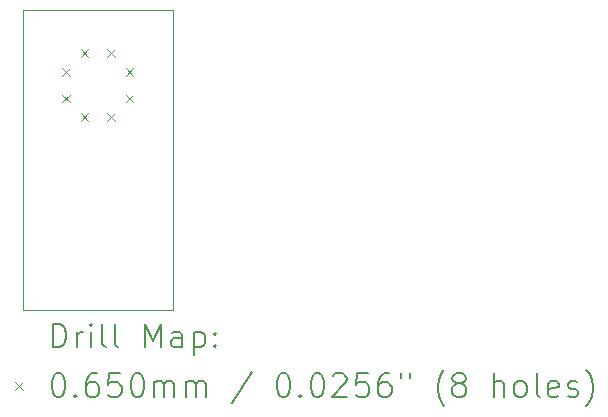
<source format=gbr>
%TF.GenerationSoftware,KiCad,Pcbnew,(6.0.7)*%
%TF.CreationDate,2022-08-12T11:37:04-07:00*%
%TF.ProjectId,mlx90640-breakout,6d6c7839-3036-4343-902d-627265616b6f,rev?*%
%TF.SameCoordinates,Original*%
%TF.FileFunction,Drillmap*%
%TF.FilePolarity,Positive*%
%FSLAX45Y45*%
G04 Gerber Fmt 4.5, Leading zero omitted, Abs format (unit mm)*
G04 Created by KiCad (PCBNEW (6.0.7)) date 2022-08-12 11:37:04*
%MOMM*%
%LPD*%
G01*
G04 APERTURE LIST*
%ADD10C,0.050000*%
%ADD11C,0.200000*%
%ADD12C,0.065000*%
G04 APERTURE END LIST*
D10*
X10460000Y-5810000D02*
X11730000Y-5810000D01*
X11730000Y-5810000D02*
X11730000Y-8350000D01*
X10460000Y-5810000D02*
X10460000Y-8350000D01*
X10460000Y-8350000D02*
X11730000Y-8350000D01*
D11*
D12*
X10790379Y-6524999D02*
X10855379Y-6589999D01*
X10855379Y-6524999D02*
X10790379Y-6589999D01*
X10790379Y-6301512D02*
X10855379Y-6366512D01*
X10855379Y-6301512D02*
X10790379Y-6366512D01*
X10950001Y-6140379D02*
X11015001Y-6205379D01*
X11015001Y-6140379D02*
X10950001Y-6205379D01*
X10950104Y-6680174D02*
X11015104Y-6745174D01*
X11015104Y-6680174D02*
X10950104Y-6745174D01*
X11173488Y-6140380D02*
X11238488Y-6205380D01*
X11238488Y-6140380D02*
X11173488Y-6205380D01*
X11173488Y-6679925D02*
X11238488Y-6744925D01*
X11238488Y-6679925D02*
X11173488Y-6744925D01*
X11329925Y-6301512D02*
X11394925Y-6366512D01*
X11394925Y-6301512D02*
X11329925Y-6366512D01*
X11330174Y-6524896D02*
X11395174Y-6589896D01*
X11395174Y-6524896D02*
X11330174Y-6589896D01*
D11*
X10715119Y-8662976D02*
X10715119Y-8462976D01*
X10762738Y-8462976D01*
X10791309Y-8472500D01*
X10810357Y-8491548D01*
X10819881Y-8510595D01*
X10829405Y-8548691D01*
X10829405Y-8577262D01*
X10819881Y-8615357D01*
X10810357Y-8634405D01*
X10791309Y-8653452D01*
X10762738Y-8662976D01*
X10715119Y-8662976D01*
X10915119Y-8662976D02*
X10915119Y-8529643D01*
X10915119Y-8567738D02*
X10924643Y-8548691D01*
X10934167Y-8539167D01*
X10953214Y-8529643D01*
X10972262Y-8529643D01*
X11038928Y-8662976D02*
X11038928Y-8529643D01*
X11038928Y-8462976D02*
X11029405Y-8472500D01*
X11038928Y-8482024D01*
X11048452Y-8472500D01*
X11038928Y-8462976D01*
X11038928Y-8482024D01*
X11162738Y-8662976D02*
X11143690Y-8653452D01*
X11134167Y-8634405D01*
X11134167Y-8462976D01*
X11267500Y-8662976D02*
X11248452Y-8653452D01*
X11238928Y-8634405D01*
X11238928Y-8462976D01*
X11496071Y-8662976D02*
X11496071Y-8462976D01*
X11562738Y-8605833D01*
X11629405Y-8462976D01*
X11629405Y-8662976D01*
X11810357Y-8662976D02*
X11810357Y-8558214D01*
X11800833Y-8539167D01*
X11781786Y-8529643D01*
X11743690Y-8529643D01*
X11724643Y-8539167D01*
X11810357Y-8653452D02*
X11791309Y-8662976D01*
X11743690Y-8662976D01*
X11724643Y-8653452D01*
X11715119Y-8634405D01*
X11715119Y-8615357D01*
X11724643Y-8596310D01*
X11743690Y-8586786D01*
X11791309Y-8586786D01*
X11810357Y-8577262D01*
X11905595Y-8529643D02*
X11905595Y-8729643D01*
X11905595Y-8539167D02*
X11924643Y-8529643D01*
X11962738Y-8529643D01*
X11981786Y-8539167D01*
X11991309Y-8548691D01*
X12000833Y-8567738D01*
X12000833Y-8624881D01*
X11991309Y-8643929D01*
X11981786Y-8653452D01*
X11962738Y-8662976D01*
X11924643Y-8662976D01*
X11905595Y-8653452D01*
X12086547Y-8643929D02*
X12096071Y-8653452D01*
X12086547Y-8662976D01*
X12077024Y-8653452D01*
X12086547Y-8643929D01*
X12086547Y-8662976D01*
X12086547Y-8539167D02*
X12096071Y-8548691D01*
X12086547Y-8558214D01*
X12077024Y-8548691D01*
X12086547Y-8539167D01*
X12086547Y-8558214D01*
D12*
X10392500Y-8960000D02*
X10457500Y-9025000D01*
X10457500Y-8960000D02*
X10392500Y-9025000D01*
D11*
X10753214Y-8882976D02*
X10772262Y-8882976D01*
X10791309Y-8892500D01*
X10800833Y-8902024D01*
X10810357Y-8921072D01*
X10819881Y-8959167D01*
X10819881Y-9006786D01*
X10810357Y-9044881D01*
X10800833Y-9063929D01*
X10791309Y-9073452D01*
X10772262Y-9082976D01*
X10753214Y-9082976D01*
X10734167Y-9073452D01*
X10724643Y-9063929D01*
X10715119Y-9044881D01*
X10705595Y-9006786D01*
X10705595Y-8959167D01*
X10715119Y-8921072D01*
X10724643Y-8902024D01*
X10734167Y-8892500D01*
X10753214Y-8882976D01*
X10905595Y-9063929D02*
X10915119Y-9073452D01*
X10905595Y-9082976D01*
X10896071Y-9073452D01*
X10905595Y-9063929D01*
X10905595Y-9082976D01*
X11086548Y-8882976D02*
X11048452Y-8882976D01*
X11029405Y-8892500D01*
X11019881Y-8902024D01*
X11000833Y-8930595D01*
X10991309Y-8968691D01*
X10991309Y-9044881D01*
X11000833Y-9063929D01*
X11010357Y-9073452D01*
X11029405Y-9082976D01*
X11067500Y-9082976D01*
X11086548Y-9073452D01*
X11096071Y-9063929D01*
X11105595Y-9044881D01*
X11105595Y-8997262D01*
X11096071Y-8978214D01*
X11086548Y-8968691D01*
X11067500Y-8959167D01*
X11029405Y-8959167D01*
X11010357Y-8968691D01*
X11000833Y-8978214D01*
X10991309Y-8997262D01*
X11286547Y-8882976D02*
X11191309Y-8882976D01*
X11181786Y-8978214D01*
X11191309Y-8968691D01*
X11210357Y-8959167D01*
X11257976Y-8959167D01*
X11277024Y-8968691D01*
X11286547Y-8978214D01*
X11296071Y-8997262D01*
X11296071Y-9044881D01*
X11286547Y-9063929D01*
X11277024Y-9073452D01*
X11257976Y-9082976D01*
X11210357Y-9082976D01*
X11191309Y-9073452D01*
X11181786Y-9063929D01*
X11419881Y-8882976D02*
X11438928Y-8882976D01*
X11457976Y-8892500D01*
X11467500Y-8902024D01*
X11477024Y-8921072D01*
X11486547Y-8959167D01*
X11486547Y-9006786D01*
X11477024Y-9044881D01*
X11467500Y-9063929D01*
X11457976Y-9073452D01*
X11438928Y-9082976D01*
X11419881Y-9082976D01*
X11400833Y-9073452D01*
X11391309Y-9063929D01*
X11381786Y-9044881D01*
X11372262Y-9006786D01*
X11372262Y-8959167D01*
X11381786Y-8921072D01*
X11391309Y-8902024D01*
X11400833Y-8892500D01*
X11419881Y-8882976D01*
X11572262Y-9082976D02*
X11572262Y-8949643D01*
X11572262Y-8968691D02*
X11581786Y-8959167D01*
X11600833Y-8949643D01*
X11629405Y-8949643D01*
X11648452Y-8959167D01*
X11657976Y-8978214D01*
X11657976Y-9082976D01*
X11657976Y-8978214D02*
X11667500Y-8959167D01*
X11686547Y-8949643D01*
X11715119Y-8949643D01*
X11734166Y-8959167D01*
X11743690Y-8978214D01*
X11743690Y-9082976D01*
X11838928Y-9082976D02*
X11838928Y-8949643D01*
X11838928Y-8968691D02*
X11848452Y-8959167D01*
X11867500Y-8949643D01*
X11896071Y-8949643D01*
X11915119Y-8959167D01*
X11924643Y-8978214D01*
X11924643Y-9082976D01*
X11924643Y-8978214D02*
X11934166Y-8959167D01*
X11953214Y-8949643D01*
X11981786Y-8949643D01*
X12000833Y-8959167D01*
X12010357Y-8978214D01*
X12010357Y-9082976D01*
X12400833Y-8873452D02*
X12229405Y-9130595D01*
X12657976Y-8882976D02*
X12677024Y-8882976D01*
X12696071Y-8892500D01*
X12705595Y-8902024D01*
X12715119Y-8921072D01*
X12724643Y-8959167D01*
X12724643Y-9006786D01*
X12715119Y-9044881D01*
X12705595Y-9063929D01*
X12696071Y-9073452D01*
X12677024Y-9082976D01*
X12657976Y-9082976D01*
X12638928Y-9073452D01*
X12629405Y-9063929D01*
X12619881Y-9044881D01*
X12610357Y-9006786D01*
X12610357Y-8959167D01*
X12619881Y-8921072D01*
X12629405Y-8902024D01*
X12638928Y-8892500D01*
X12657976Y-8882976D01*
X12810357Y-9063929D02*
X12819881Y-9073452D01*
X12810357Y-9082976D01*
X12800833Y-9073452D01*
X12810357Y-9063929D01*
X12810357Y-9082976D01*
X12943690Y-8882976D02*
X12962738Y-8882976D01*
X12981786Y-8892500D01*
X12991309Y-8902024D01*
X13000833Y-8921072D01*
X13010357Y-8959167D01*
X13010357Y-9006786D01*
X13000833Y-9044881D01*
X12991309Y-9063929D01*
X12981786Y-9073452D01*
X12962738Y-9082976D01*
X12943690Y-9082976D01*
X12924643Y-9073452D01*
X12915119Y-9063929D01*
X12905595Y-9044881D01*
X12896071Y-9006786D01*
X12896071Y-8959167D01*
X12905595Y-8921072D01*
X12915119Y-8902024D01*
X12924643Y-8892500D01*
X12943690Y-8882976D01*
X13086547Y-8902024D02*
X13096071Y-8892500D01*
X13115119Y-8882976D01*
X13162738Y-8882976D01*
X13181786Y-8892500D01*
X13191309Y-8902024D01*
X13200833Y-8921072D01*
X13200833Y-8940119D01*
X13191309Y-8968691D01*
X13077024Y-9082976D01*
X13200833Y-9082976D01*
X13381786Y-8882976D02*
X13286547Y-8882976D01*
X13277024Y-8978214D01*
X13286547Y-8968691D01*
X13305595Y-8959167D01*
X13353214Y-8959167D01*
X13372262Y-8968691D01*
X13381786Y-8978214D01*
X13391309Y-8997262D01*
X13391309Y-9044881D01*
X13381786Y-9063929D01*
X13372262Y-9073452D01*
X13353214Y-9082976D01*
X13305595Y-9082976D01*
X13286547Y-9073452D01*
X13277024Y-9063929D01*
X13562738Y-8882976D02*
X13524643Y-8882976D01*
X13505595Y-8892500D01*
X13496071Y-8902024D01*
X13477024Y-8930595D01*
X13467500Y-8968691D01*
X13467500Y-9044881D01*
X13477024Y-9063929D01*
X13486547Y-9073452D01*
X13505595Y-9082976D01*
X13543690Y-9082976D01*
X13562738Y-9073452D01*
X13572262Y-9063929D01*
X13581786Y-9044881D01*
X13581786Y-8997262D01*
X13572262Y-8978214D01*
X13562738Y-8968691D01*
X13543690Y-8959167D01*
X13505595Y-8959167D01*
X13486547Y-8968691D01*
X13477024Y-8978214D01*
X13467500Y-8997262D01*
X13657976Y-8882976D02*
X13657976Y-8921072D01*
X13734166Y-8882976D02*
X13734166Y-8921072D01*
X14029405Y-9159167D02*
X14019881Y-9149643D01*
X14000833Y-9121072D01*
X13991309Y-9102024D01*
X13981786Y-9073452D01*
X13972262Y-9025833D01*
X13972262Y-8987738D01*
X13981786Y-8940119D01*
X13991309Y-8911548D01*
X14000833Y-8892500D01*
X14019881Y-8863929D01*
X14029405Y-8854405D01*
X14134166Y-8968691D02*
X14115119Y-8959167D01*
X14105595Y-8949643D01*
X14096071Y-8930595D01*
X14096071Y-8921072D01*
X14105595Y-8902024D01*
X14115119Y-8892500D01*
X14134166Y-8882976D01*
X14172262Y-8882976D01*
X14191309Y-8892500D01*
X14200833Y-8902024D01*
X14210357Y-8921072D01*
X14210357Y-8930595D01*
X14200833Y-8949643D01*
X14191309Y-8959167D01*
X14172262Y-8968691D01*
X14134166Y-8968691D01*
X14115119Y-8978214D01*
X14105595Y-8987738D01*
X14096071Y-9006786D01*
X14096071Y-9044881D01*
X14105595Y-9063929D01*
X14115119Y-9073452D01*
X14134166Y-9082976D01*
X14172262Y-9082976D01*
X14191309Y-9073452D01*
X14200833Y-9063929D01*
X14210357Y-9044881D01*
X14210357Y-9006786D01*
X14200833Y-8987738D01*
X14191309Y-8978214D01*
X14172262Y-8968691D01*
X14448452Y-9082976D02*
X14448452Y-8882976D01*
X14534166Y-9082976D02*
X14534166Y-8978214D01*
X14524643Y-8959167D01*
X14505595Y-8949643D01*
X14477024Y-8949643D01*
X14457976Y-8959167D01*
X14448452Y-8968691D01*
X14657976Y-9082976D02*
X14638928Y-9073452D01*
X14629405Y-9063929D01*
X14619881Y-9044881D01*
X14619881Y-8987738D01*
X14629405Y-8968691D01*
X14638928Y-8959167D01*
X14657976Y-8949643D01*
X14686547Y-8949643D01*
X14705595Y-8959167D01*
X14715119Y-8968691D01*
X14724643Y-8987738D01*
X14724643Y-9044881D01*
X14715119Y-9063929D01*
X14705595Y-9073452D01*
X14686547Y-9082976D01*
X14657976Y-9082976D01*
X14838928Y-9082976D02*
X14819881Y-9073452D01*
X14810357Y-9054405D01*
X14810357Y-8882976D01*
X14991309Y-9073452D02*
X14972262Y-9082976D01*
X14934166Y-9082976D01*
X14915119Y-9073452D01*
X14905595Y-9054405D01*
X14905595Y-8978214D01*
X14915119Y-8959167D01*
X14934166Y-8949643D01*
X14972262Y-8949643D01*
X14991309Y-8959167D01*
X15000833Y-8978214D01*
X15000833Y-8997262D01*
X14905595Y-9016310D01*
X15077024Y-9073452D02*
X15096071Y-9082976D01*
X15134166Y-9082976D01*
X15153214Y-9073452D01*
X15162738Y-9054405D01*
X15162738Y-9044881D01*
X15153214Y-9025833D01*
X15134166Y-9016310D01*
X15105595Y-9016310D01*
X15086547Y-9006786D01*
X15077024Y-8987738D01*
X15077024Y-8978214D01*
X15086547Y-8959167D01*
X15105595Y-8949643D01*
X15134166Y-8949643D01*
X15153214Y-8959167D01*
X15229405Y-9159167D02*
X15238928Y-9149643D01*
X15257976Y-9121072D01*
X15267500Y-9102024D01*
X15277024Y-9073452D01*
X15286547Y-9025833D01*
X15286547Y-8987738D01*
X15277024Y-8940119D01*
X15267500Y-8911548D01*
X15257976Y-8892500D01*
X15238928Y-8863929D01*
X15229405Y-8854405D01*
M02*

</source>
